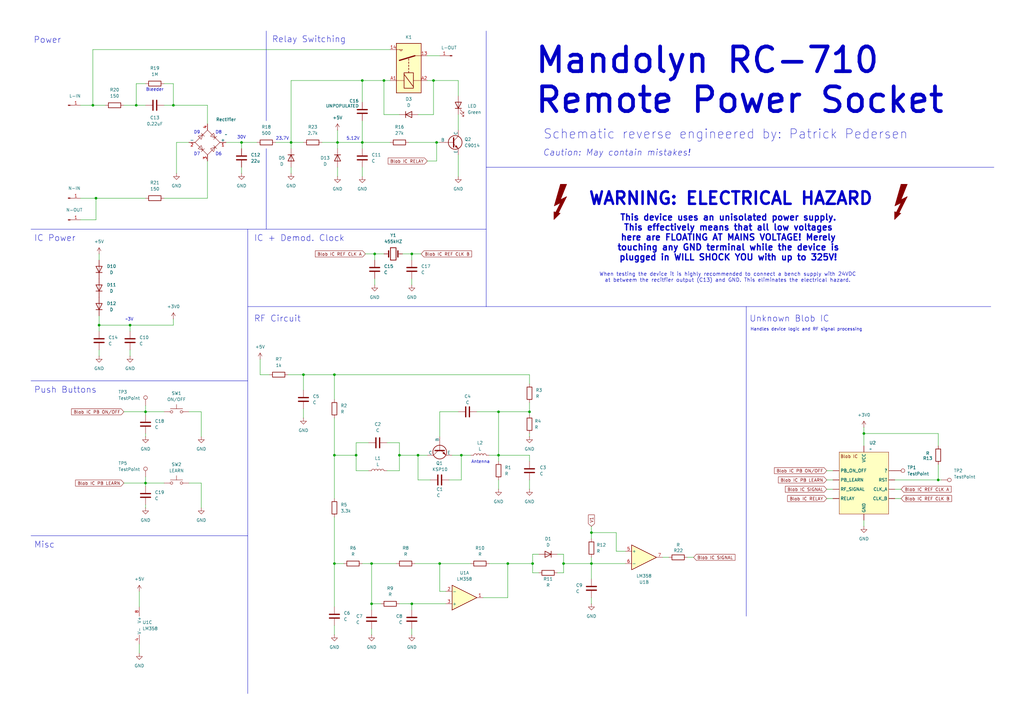
<source format=kicad_sch>
(kicad_sch (version 20231120) (generator "eeschema") (generator_version "8.0")
  (paper "A3")
  (lib_symbols
    (symbol "Amplifier_Operational:LM358" (pin_names (offset 0.127))
      (property "Reference" "U" (at 0 5.08 0))
      (property "Value" "LM358" (at 0 -5.08 0))
      (symbol "LM358_1_1"
        (polyline (pts (xy -5.08 5.08) (xy 5.08 0) (xy -5.08 -5.08) (xy -5.08 5.08)) (stroke (width 0.254)) (fill (type background)))
        (pin output line (at 7.62 0 180) (length 2.54) (name "~") (number "1"))
        (pin input line (at -7.62 -2.54 0) (length 2.54) (name "-") (number "2"))
        (pin input line (at -7.62 2.54 0) (length 2.54) (name "+") (number "3"))
      )
      (symbol "LM358_2_1"
        (polyline (pts (xy -5.08 5.08) (xy 5.08 0) (xy -5.08 -5.08) (xy -5.08 5.08)) (stroke (width 0.254)) (fill (type background)))
        (pin input line (at -7.62 2.54 0) (length 2.54) (name "+") (number "5"))
        (pin input line (at -7.62 -2.54 0) (length 2.54) (name "-") (number "6"))
        (pin output line (at 7.62 0 180) (length 2.54) (name "~") (number "7"))
      )
      (symbol "LM358_3_1"
        (pin power_in line (at -2.54 -7.62 90) (length 3.81) (name "V-") (number "4"))
        (pin power_in line (at -2.54 7.62 270) (length 3.81) (name "V+") (number "8"))
      )
    )
    (symbol "Connector:Conn_01x01_Pin" (pin_names (offset 1.016) hide)
      (property "Reference" "J" (at 0 2.54 0))
      (property "Value" "Conn_01x01_Pin" (at 0 -2.54 0))
      (symbol "Conn_01x01_Pin_1_1"
        (polyline (pts (xy 1.27 0) (xy 0.8636 0)) (stroke (width 0.1524)))
        (rectangle (start 0.8636 0.127) (end 0 -0.127) (stroke (width 0.1524)) (fill (type outline)))
        (pin passive line (at 5.08 0 180) (length 3.81) (name "Pin_1") (number "1"))
      )
    )
    (symbol "Connector:TestPoint" (pin_numbers hide) (pin_names (offset 0.762) hide)
      (property "Reference" "TP" (at 0 6.858 0))
      (property "Value" "TestPoint" (at 0 5.08 0))
      (symbol "TestPoint_0_1"
        (circle (center 0 3.302) (radius 0.762))
      )
      (symbol "TestPoint_1_1"
        (pin passive line (at 0 0 90) (length 2.54) (name "1") (number "1"))
      )
    )
    (symbol "Device:C" (pin_numbers hide) (pin_names (offset 0.254))
      (property "Reference" "C" (at 0.635 2.54 0))
      (property "Value" "C" (at 0.635 -2.54 0))
      (symbol "C_0_1"
        (polyline (pts (xy -2.032 -0.762) (xy 2.032 -0.762)) (stroke (width 0.508)))
        (polyline (pts (xy -2.032 0.762) (xy 2.032 0.762)) (stroke (width 0.508)))
      )
      (symbol "C_1_1"
        (pin passive line (at 0 3.81 270) (length 2.794) (name "~") (number "1"))
        (pin passive line (at 0 -3.81 90) (length 2.794) (name "~") (number "2"))
      )
    )
    (symbol "Device:Crystal" (pin_numbers hide) (pin_names (offset 1.016) hide)
      (property "Reference" "Y" (at 0 3.81 0))
      (property "Value" "Crystal" (at 0 -3.81 0))
      (symbol "Crystal_0_1"
        (rectangle (start -1.143 2.54) (end 1.143 -2.54) (stroke (width 0.3048)))
        (polyline (pts (xy -2.54 0) (xy -1.905 0)))
        (polyline (pts (xy -1.905 -1.27) (xy -1.905 1.27)) (stroke (width 0.508)))
        (polyline (pts (xy 1.905 -1.27) (xy 1.905 1.27)) (stroke (width 0.508)))
        (polyline (pts (xy 2.54 0) (xy 1.905 0)))
      )
      (symbol "Crystal_1_1"
        (pin passive line (at -3.81 0 0) (length 1.27) (name "1") (number "1"))
        (pin passive line (at 3.81 0 180) (length 1.27) (name "2") (number "2"))
      )
    )
    (symbol "Device:D" (pin_numbers hide) (pin_names (offset 1.016) hide)
      (property "Reference" "D" (at 0 2.54 0))
      (property "Value" "D" (at 0 -2.54 0))
      (symbol "D_0_1"
        (polyline (pts (xy -1.27 1.27) (xy -1.27 -1.27)) (stroke (width 0.254)))
        (polyline (pts (xy 1.27 0) (xy -1.27 0)))
        (polyline (pts (xy 1.27 1.27) (xy 1.27 -1.27) (xy -1.27 0) (xy 1.27 1.27)) (stroke (width 0.254)))
      )
      (symbol "D_1_1"
        (pin passive line (at -3.81 0 0) (length 2.54) (name "K") (number "1"))
        (pin passive line (at 3.81 0 180) (length 2.54) (name "A") (number "2"))
      )
    )
    (symbol "Device:L" (pin_numbers hide) (pin_names (offset 1.016) hide)
      (property "Reference" "L" (at -1.27 0 90))
      (property "Value" "L" (at 1.905 0 90))
      (symbol "L_0_1"
        (arc (start 0 -2.54) (mid 0.6323 -1.905) (end 0 -1.27))
        (arc (start 0 -1.27) (mid 0.6323 -0.635) (end 0 0))
        (arc (start 0 0) (mid 0.6323 0.635) (end 0 1.27))
        (arc (start 0 1.27) (mid 0.6323 1.905) (end 0 2.54))
      )
      (symbol "L_1_1"
        (pin passive line (at 0 3.81 270) (length 1.27) (name "1") (number "1"))
        (pin passive line (at 0 -3.81 90) (length 1.27) (name "2") (number "2"))
      )
    )
    (symbol "Device:LED" (pin_numbers hide) (pin_names (offset 1.016) hide)
      (property "Reference" "D" (at 0 2.54 0))
      (property "Value" "LED" (at 0 -2.54 0))
      (symbol "LED_0_1"
        (polyline (pts (xy -1.27 -1.27) (xy -1.27 1.27)) (stroke (width 0.254)))
        (polyline (pts (xy -1.27 0) (xy 1.27 0)))
        (polyline (pts (xy 1.27 -1.27) (xy 1.27 1.27) (xy -1.27 0) (xy 1.27 -1.27)) (stroke (width 0.254)))
        (polyline (pts (xy -3.048 -0.762) (xy -4.572 -2.286) (xy -3.81 -2.286) (xy -4.572 -2.286) (xy -4.572 -1.524)))
        (polyline (pts (xy -1.778 -0.762) (xy -3.302 -2.286) (xy -2.54 -2.286) (xy -3.302 -2.286) (xy -3.302 -1.524)))
      )
      (symbol "LED_1_1"
        (pin passive line (at -3.81 0 0) (length 2.54) (name "K") (number "1"))
        (pin passive line (at 3.81 0 180) (length 2.54) (name "A") (number "2"))
      )
    )
    (symbol "Device:R" (pin_numbers hide) (pin_names (offset 0))
      (property "Reference" "R" (at 2.032 0 90))
      (property "Value" "R" (at 0 0 90))
      (symbol "R_0_1"
        (rectangle (start -1.016 -2.54) (end 1.016 2.54) (stroke (width 0.254)))
      )
      (symbol "R_1_1"
        (pin passive line (at 0 3.81 270) (length 1.27) (name "~") (number "1"))
        (pin passive line (at 0 -3.81 90) (length 1.27) (name "~") (number "2"))
      )
    )
    (symbol "Diode_Bridge:ABS4" (pin_names (offset 0))
      (property "Reference" "D" (at 2.54 6.985 0))
      (property "Value" "ABS4" (at 2.54 5.08 0))
      (symbol "ABS4_0_1"
        (polyline (pts (xy -2.54 3.81) (xy -1.27 2.54)))
        (polyline (pts (xy -1.27 -2.54) (xy -2.54 -3.81)))
        (polyline (pts (xy 2.54 -1.27) (xy 3.81 -2.54)))
        (polyline (pts (xy 2.54 1.27) (xy 3.81 2.54)))
        (polyline (pts (xy -3.81 2.54) (xy -2.54 1.27) (xy -1.905 3.175) (xy -3.81 2.54)))
        (polyline (pts (xy -2.54 -1.27) (xy -3.81 -2.54) (xy -1.905 -3.175) (xy -2.54 -1.27)))
        (polyline (pts (xy 1.27 2.54) (xy 2.54 3.81) (xy 3.175 1.905) (xy 1.27 2.54)))
        (polyline (pts (xy 3.175 -1.905) (xy 1.27 -2.54) (xy 2.54 -3.81) (xy 3.175 -1.905)))
        (polyline (pts (xy -5.08 0) (xy 0 -5.08) (xy 5.08 0) (xy 0 5.08) (xy -5.08 0)))
      )
      (symbol "ABS4_1_1"
        (pin passive line (at 7.62 0 180) (length 2.54) (name "+") (number "1"))
        (pin passive line (at -7.62 0 0) (length 2.54) (name "-") (number "2"))
        (pin passive line (at 0 -7.62 90) (length 2.54) (name "~") (number "3"))
        (pin passive line (at 0 7.62 270) (length 2.54) (name "~") (number "4"))
      )
    )
    (symbol "Graphic:SYM_Flash_XLarge" (in_bom no) (on_board no)
      (symbol "SYM_Flash_XLarge_0_1"
        (polyline (pts (xy -0.127 -3.683) (xy -2.667 -3.048) (xy -2.667 -6.223) (xy -0.127 -3.683)) (stroke (width 0.2032)) (fill (type outline)))
        (polyline (pts (xy 0 8.255) (xy 1.27 8.255) (xy 2.54 8.255) (xy 0 1.905) (xy 2.54 3.175) (xy -1.27 -4.445) (xy -2.54 -4.445) (xy 0 0.635) (xy -2.54 -0.635) (xy 0 8.255)) (stroke (width 0.2032)) (fill (type outline)))
      )
    )
    (symbol "RC-710:Blob_IC"
      (property "Reference" "U" (at -8.128 -8.89 0))
      (symbol "Blob_IC_1_1"
        (rectangle (start -8.89 17.78) (end 11.43 -7.62) (fill (type background)))
        (text "Blob IC" (at -4.826 16.002 0) (effects (font (size 1.27 1.27))))
        (pin unspecified line (at 13.97 10.16 180) (length 2.54) (name "?") (number ""))
        (pin input line (at 13.97 2.54 180) (length 2.54) (name "CLK_A") (number ""))
        (pin input line (at 13.97 -1.27 180) (length 2.54) (name "CLK_B") (number ""))
        (pin power_in line (at 1.27 -10.16 90) (length 2.54) (name "GND") (number ""))
        (pin input line (at -11.43 6.35 0) (length 2.54) (name "PB_LEARN") (number ""))
        (pin input line (at -11.43 10.16 0) (length 2.54) (name "PB_ON_OFF") (number ""))
        (pin output line (at -11.43 -1.27 0) (length 2.54) (name "RELAY") (number ""))
        (pin input line (at -11.43 2.54 0) (length 2.54) (name "RF_SIGNAL") (number ""))
        (pin input line (at 13.97 6.35 180) (length 2.54) (name "RST") (number ""))
        (pin power_in line (at 1.27 20.32 270) (length 2.54) (name "VCC") (number ""))
      )
    )
    (symbol "Relay:Fujitsu_FTR-LYAA005x"
      (property "Reference" "K" (at 11.43 3.81 0))
      (property "Value" "Fujitsu_FTR-LYAA005x" (at 11.43 1.27 0))
      (symbol "Fujitsu_FTR-LYAA005x_0_0"
        (polyline (pts (xy 7.62 5.08) (xy 7.62 2.54) (xy 6.985 3.175) (xy 7.62 3.81)))
      )
      (symbol "Fujitsu_FTR-LYAA005x_0_1"
        (rectangle (start -10.16 5.08) (end 10.16 -5.08) (stroke (width 0.254)) (fill (type background)))
        (rectangle (start -8.255 1.905) (end -1.905 -1.905) (stroke (width 0.254)))
        (polyline (pts (xy -7.62 -1.905) (xy -2.54 1.905)) (stroke (width 0.254)))
        (polyline (pts (xy -5.08 -5.08) (xy -5.08 -1.905)))
        (polyline (pts (xy -5.08 5.08) (xy -5.08 1.905)))
        (polyline (pts (xy -1.905 0) (xy -1.27 0)) (stroke (width 0.254)))
        (polyline (pts (xy -0.635 0) (xy 0 0)) (stroke (width 0.254)))
        (polyline (pts (xy 0.635 0) (xy 1.27 0)) (stroke (width 0.254)))
        (polyline (pts (xy 1.905 0) (xy 2.54 0)) (stroke (width 0.254)))
        (polyline (pts (xy 3.175 0) (xy 3.81 0)) (stroke (width 0.254)))
        (polyline (pts (xy 5.08 -2.54) (xy 3.175 3.81)) (stroke (width 0.508)))
        (polyline (pts (xy 5.08 -2.54) (xy 5.08 -5.08)))
      )
      (symbol "Fujitsu_FTR-LYAA005x_1_1"
        (pin passive line (at 5.08 -7.62 90) (length 2.54) (name "~") (number "13"))
        (pin passive line (at 7.62 7.62 270) (length 2.54) (name "~") (number "14"))
        (pin passive line (at -5.08 7.62 270) (length 2.54) (name "~") (number "A1"))
        (pin passive line (at -5.08 -7.62 90) (length 2.54) (name "~") (number "A2"))
      )
    )
    (symbol "Simulation_SPICE:NPN" (pin_numbers hide) (pin_names (offset 0))
      (property "Reference" "Q" (at -2.54 7.62 0))
      (property "Value" "NPN" (at -2.54 5.08 0))
      (symbol "NPN_0_1"
        (polyline (pts (xy -2.54 0) (xy 0.635 0)) (stroke (width 0.1524)))
        (polyline (pts (xy 0.635 0.635) (xy 2.54 2.54)))
        (polyline (pts (xy 2.794 -1.27) (xy 2.794 -1.27)) (stroke (width 0.1524)))
        (polyline (pts (xy 2.794 -1.27) (xy 2.794 -1.27)) (stroke (width 0.1524)))
        (polyline (pts (xy 0.635 -0.635) (xy 2.54 -2.54) (xy 2.54 -2.54)))
        (polyline (pts (xy 0.635 1.905) (xy 0.635 -1.905) (xy 0.635 -1.905)) (stroke (width 0.508)))
        (polyline (pts (xy 1.27 -1.778) (xy 1.778 -1.27) (xy 2.286 -2.286) (xy 1.27 -1.778) (xy 1.27 -1.778)) (fill (type outline)))
        (circle (center 1.27 0) (radius 2.8194) (stroke (width 0.254)))
      )
      (symbol "NPN_1_1"
        (pin open_collector line (at 2.54 5.08 270) (length 2.54) (name "C") (number "1"))
        (pin input line (at -5.08 0 0) (length 2.54) (name "B") (number "2"))
        (pin open_emitter line (at 2.54 -5.08 90) (length 2.54) (name "E") (number "3"))
      )
    )
    (symbol "Switch:SW_Push" (pin_numbers hide) (pin_names (offset 1.016) hide)
      (property "Reference" "SW" (at 1.27 2.54 0))
      (property "Value" "SW_Push" (at 0 -1.524 0))
      (symbol "SW_Push_0_1"
        (circle (center -2.032 0) (radius 0.508))
        (polyline (pts (xy 0 1.27) (xy 0 3.048)))
        (polyline (pts (xy 2.54 1.27) (xy -2.54 1.27)))
        (circle (center 2.032 0) (radius 0.508))
        (pin passive line (at -5.08 0 0) (length 2.54) (name "1") (number "1"))
        (pin passive line (at 5.08 0 180) (length 2.54) (name "2") (number "2"))
      )
    )
    (symbol "power:+3V0" (power) (pin_numbers hide) (pin_names (offset 0) hide)
      (property "Value" "+3V0" (at 0 3.556 0))
      (symbol "+3V0_0_1"
        (polyline (pts (xy -0.762 1.27) (xy 0 2.54)))
        (polyline (pts (xy 0 0) (xy 0 2.54)))
        (polyline (pts (xy 0 2.54) (xy 0.762 1.27)))
      )
      (symbol "+3V0_1_1"
        (pin power_in line (at 0 0 90) (length 0) (name "~") (number "1"))
      )
    )
    (symbol "power:+5V" (power) (pin_numbers hide) (pin_names (offset 0) hide)
      (property "Value" "+5V" (at 0 3.556 0))
      (symbol "+5V_0_1"
        (polyline (pts (xy -0.762 1.27) (xy 0 2.54)))
        (polyline (pts (xy 0 0) (xy 0 2.54)))
        (polyline (pts (xy 0 2.54) (xy 0.762 1.27)))
      )
      (symbol "+5V_1_1"
        (pin power_in line (at 0 0 90) (length 0) (name "~") (number "1"))
      )
    )
    (symbol "power:GND" (power) (pin_numbers hide) (pin_names (offset 0) hide)
      (property "Value" "GND" (at 0 -3.81 0))
      (symbol "GND_0_1"
        (polyline (pts (xy 0 0) (xy 0 -1.27) (xy 1.27 -1.27) (xy 0 -2.54) (xy -1.27 -1.27) (xy 0 -1.27)))
      )
      (symbol "GND_1_1"
        (pin power_in line (at 0 0 270) (length 0) (name "~") (number "1"))
      )
    )
  )
  (junction (at 354.33 177.8))
  (junction (at 146.05 186.69))
  (junction (at 137.16 153.67))
  (junction (at 99.06 58.42))
  (junction (at 218.44 231.14))
  (junction (at 231.14 231.14))
  (junction (at 217.17 168.91))
  (junction (at 242.57 231.14))
  (junction (at 137.16 186.69))
  (junction (at 242.57 218.44))
  (junction (at 138.43 58.42))
  (junction (at 53.34 133.35))
  (junction (at 204.47 186.69))
  (junction (at 177.8 33.02))
  (junction (at 189.23 186.69))
  (junction (at 55.88 43.18))
  (junction (at 157.48 33.02))
  (junction (at 168.91 247.65))
  (junction (at 180.34 231.14))
  (junction (at 59.69 198.12))
  (junction (at 124.46 153.67))
  (junction (at 152.4 247.65))
  (junction (at 152.4 231.14))
  (junction (at 153.67 104.14))
  (junction (at 163.83 186.69))
  (junction (at 168.91 104.14))
  (junction (at 40.64 133.35))
  (junction (at 119.38 58.42))
  (junction (at 59.69 168.91))
  (junction (at 38.1 43.18))
  (junction (at 208.28 231.14))
  (junction (at 148.59 33.02))
  (junction (at 179.07 58.42))
  (junction (at 148.59 58.42))
  (junction (at 171.45 186.69))
  (junction (at 204.47 168.91))
  (junction (at 39.37 81.28))
  (junction (at 71.12 43.18))
  (junction (at 384.81 196.85))
  (junction (at 137.16 231.14))
  (wire (pts (xy 119.38 58.42) (xy 124.46 58.42)))
  (wire (pts (xy 171.45 46.99) (xy 177.8 46.99)))
  (wire (pts (xy 33.02 43.18) (xy 38.1 43.18)))
  (wire (pts (xy 217.17 196.85) (xy 217.17 200.66)))
  (wire (pts (xy 231.14 227.33) (xy 231.14 231.14)))
  (wire (pts (xy 138.43 58.42) (xy 148.59 58.42)))
  (wire (pts (xy 153.67 106.68) (xy 153.67 104.14)))
  (wire (pts (xy 339.09 196.85) (xy 341.63 196.85)))
  (wire (pts (xy 59.69 166.37) (xy 59.69 168.91)))
  (wire (pts (xy 187.96 46.99) (xy 187.96 53.34)))
  (wire (pts (xy 217.17 168.91) (xy 217.17 170.18)))
  (wire (pts (xy 137.16 212.09) (xy 137.16 231.14)))
  (wire (pts (xy 59.69 199.39) (xy 59.69 198.12)))
  (wire (pts (xy 156.21 247.65) (xy 152.4 247.65)))
  (wire (pts (xy 200.66 231.14) (xy 208.28 231.14)))
  (wire (pts (xy 217.17 186.69) (xy 217.17 189.23)))
  (wire (pts (xy 168.91 257.81) (xy 168.91 260.35)))
  (wire (pts (xy 151.13 181.61) (xy 146.05 181.61)))
  (wire (pts (xy 39.37 81.28) (xy 59.69 81.28)))
  (polyline (pts (xy 199.39 12.7) (xy 199.39 93.98)))
  (wire (pts (xy 137.16 186.69) (xy 137.16 204.47)))
  (wire (pts (xy 132.08 58.42) (xy 138.43 58.42)))
  (wire (pts (xy 180.34 168.91) (xy 187.96 168.91)))
  (wire (pts (xy 146.05 193.04) (xy 146.05 186.69)))
  (wire (pts (xy 228.6 227.33) (xy 231.14 227.33)))
  (wire (pts (xy 72.39 58.42) (xy 77.47 58.42)))
  (wire (pts (xy 148.59 49.53) (xy 148.59 58.42)))
  (wire (pts (xy 242.57 215.9) (xy 242.57 218.44)))
  (wire (pts (xy 175.26 66.04) (xy 179.07 66.04)))
  (wire (pts (xy 59.69 168.91) (xy 67.31 168.91)))
  (wire (pts (xy 354.33 175.26) (xy 354.33 177.8)))
  (wire (pts (xy 124.46 153.67) (xy 137.16 153.67)))
  (wire (pts (xy 339.09 200.66) (xy 341.63 200.66)))
  (wire (pts (xy 38.1 43.18) (xy 43.18 43.18)))
  (wire (pts (xy 339.09 193.04) (xy 341.63 193.04)))
  (polyline (pts (xy 109.22 60.96) (xy 109.22 93.98)))
  (wire (pts (xy 187.96 63.5) (xy 187.96 72.39)))
  (wire (pts (xy 242.57 218.44) (xy 252.73 218.44)))
  (wire (pts (xy 354.33 213.36) (xy 354.33 215.9)))
  (wire (pts (xy 167.64 58.42) (xy 179.07 58.42)))
  (wire (pts (xy 92.71 58.42) (xy 99.06 58.42)))
  (wire (pts (xy 354.33 177.8) (xy 384.81 177.8)))
  (wire (pts (xy 384.81 177.8) (xy 384.81 182.88)))
  (wire (pts (xy 71.12 34.29) (xy 71.12 43.18)))
  (wire (pts (xy 152.4 231.14) (xy 152.4 247.65)))
  (wire (pts (xy 180.34 22.86) (xy 175.26 22.86)))
  (wire (pts (xy 180.34 231.14) (xy 180.34 242.57)))
  (wire (pts (xy 179.07 58.42) (xy 179.07 66.04)))
  (wire (pts (xy 179.07 58.42) (xy 180.34 58.42)))
  (wire (pts (xy 50.8 198.12) (xy 59.69 198.12)))
  (wire (pts (xy 148.59 68.58) (xy 148.59 72.39)))
  (polyline (pts (xy 12.7 156.21) (xy 101.6 156.21)))
  (polyline (pts (xy 101.6 93.98) (xy 101.6 156.21)))
  (wire (pts (xy 59.69 198.12) (xy 67.31 198.12)))
  (wire (pts (xy 231.14 231.14) (xy 231.14 234.95)))
  (wire (pts (xy 71.12 130.81) (xy 71.12 133.35)))
  (polyline (pts (xy 306.07 125.73) (xy 306.07 252.73)))
  (wire (pts (xy 59.69 179.07) (xy 59.69 177.8)))
  (wire (pts (xy 157.48 33.02) (xy 160.02 33.02)))
  (wire (pts (xy 59.69 170.18) (xy 59.69 168.91)))
  (wire (pts (xy 217.17 165.1) (xy 217.17 168.91)))
  (polyline (pts (xy 199.39 68.58) (xy 407.67 68.58)))
  (wire (pts (xy 40.64 133.35) (xy 53.34 133.35)))
  (wire (pts (xy 171.45 196.85) (xy 171.45 186.69)))
  (wire (pts (xy 137.16 171.45) (xy 137.16 186.69)))
  (wire (pts (xy 67.31 81.28) (xy 85.09 81.28)))
  (wire (pts (xy 189.23 196.85) (xy 184.15 196.85)))
  (wire (pts (xy 138.43 53.34) (xy 138.43 58.42)))
  (wire (pts (xy 195.58 168.91) (xy 204.47 168.91)))
  (wire (pts (xy 38.1 20.32) (xy 38.1 43.18)))
  (wire (pts (xy 67.31 34.29) (xy 71.12 34.29)))
  (wire (pts (xy 367.03 196.85) (xy 384.81 196.85)))
  (wire (pts (xy 158.75 181.61) (xy 163.83 181.61)))
  (wire (pts (xy 204.47 186.69) (xy 217.17 186.69)))
  (wire (pts (xy 218.44 231.14) (xy 218.44 227.33)))
  (polyline (pts (xy 109.22 12.7) (xy 109.22 49.53)))
  (wire (pts (xy 40.64 143.51) (xy 40.64 146.05)))
  (wire (pts (xy 99.06 68.58) (xy 99.06 71.12)))
  (wire (pts (xy 82.55 179.07) (xy 82.55 168.91)))
  (wire (pts (xy 71.12 43.18) (xy 85.09 43.18)))
  (wire (pts (xy 242.57 245.11) (xy 242.57 247.65)))
  (wire (pts (xy 218.44 227.33) (xy 220.98 227.33)))
  (wire (pts (xy 168.91 104.14) (xy 172.72 104.14)))
  (wire (pts (xy 39.37 90.17) (xy 39.37 81.28)))
  (wire (pts (xy 53.34 133.35) (xy 71.12 133.35)))
  (wire (pts (xy 252.73 226.06) (xy 256.54 226.06)))
  (wire (pts (xy 175.26 186.69) (xy 171.45 186.69)))
  (wire (pts (xy 85.09 43.18) (xy 85.09 50.8)))
  (wire (pts (xy 33.02 81.28) (xy 39.37 81.28)))
  (wire (pts (xy 119.38 58.42) (xy 119.38 60.96)))
  (wire (pts (xy 148.59 231.14) (xy 152.4 231.14)))
  (wire (pts (xy 180.34 231.14) (xy 193.04 231.14)))
  (polyline (pts (xy 12.7 93.98) (xy 199.39 93.98)))
  (wire (pts (xy 124.46 153.67) (xy 124.46 160.02)))
  (wire (pts (xy 137.16 186.69) (xy 146.05 186.69)))
  (wire (pts (xy 177.8 33.02) (xy 187.96 33.02)))
  (wire (pts (xy 119.38 68.58) (xy 119.38 71.12)))
  (wire (pts (xy 217.17 153.67) (xy 217.17 157.48)))
  (wire (pts (xy 176.53 196.85) (xy 171.45 196.85)))
  (wire (pts (xy 148.59 33.02) (xy 148.59 41.91)))
  (wire (pts (xy 242.57 231.14) (xy 256.54 231.14)))
  (wire (pts (xy 99.06 58.42) (xy 99.06 60.96)))
  (wire (pts (xy 189.23 186.69) (xy 185.42 186.69)))
  (wire (pts (xy 177.8 46.99) (xy 177.8 33.02)))
  (wire (pts (xy 163.83 247.65) (xy 168.91 247.65)))
  (wire (pts (xy 137.16 231.14) (xy 137.16 248.92)))
  (wire (pts (xy 384.81 190.5) (xy 384.81 196.85)))
  (wire (pts (xy 137.16 231.14) (xy 140.97 231.14)))
  (wire (pts (xy 204.47 196.85) (xy 204.47 200.66)))
  (wire (pts (xy 146.05 181.61) (xy 146.05 186.69)))
  (wire (pts (xy 175.26 33.02) (xy 177.8 33.02)))
  (wire (pts (xy 168.91 247.65) (xy 168.91 250.19)))
  (wire (pts (xy 204.47 168.91) (xy 204.47 186.69)))
  (wire (pts (xy 113.03 58.42) (xy 119.38 58.42)))
  (polyline (pts (xy 199.39 125.73) (xy 406.4 125.73)))
  (wire (pts (xy 218.44 234.95) (xy 220.98 234.95)))
  (wire (pts (xy 146.05 193.04) (xy 151.13 193.04)))
  (wire (pts (xy 124.46 167.64) (xy 124.46 171.45)))
  (wire (pts (xy 53.34 143.51) (xy 53.34 146.05)))
  (wire (pts (xy 168.91 247.65) (xy 182.88 247.65)))
  (wire (pts (xy 119.38 33.02) (xy 148.59 33.02)))
  (wire (pts (xy 82.55 168.91) (xy 77.47 168.91)))
  (wire (pts (xy 40.64 104.14) (xy 40.64 106.68)))
  (wire (pts (xy 163.83 193.04) (xy 158.75 193.04)))
  (wire (pts (xy 242.57 218.44) (xy 242.57 220.98)))
  (wire (pts (xy 180.34 168.91) (xy 180.34 179.07)))
  (wire (pts (xy 50.8 43.18) (xy 55.88 43.18)))
  (wire (pts (xy 165.1 104.14) (xy 168.91 104.14)))
  (wire (pts (xy 148.59 58.42) (xy 160.02 58.42)))
  (wire (pts (xy 119.38 33.02) (xy 119.38 58.42)))
  (wire (pts (xy 218.44 234.95) (xy 218.44 231.14)))
  (polyline (pts (xy 101.6 125.73) (xy 199.39 125.73)))
  (wire (pts (xy 208.28 245.11) (xy 208.28 231.14)))
  (wire (pts (xy 82.55 198.12) (xy 77.47 198.12)))
  (wire (pts (xy 168.91 114.3) (xy 168.91 116.84)))
  (wire (pts (xy 252.73 218.44) (xy 252.73 226.06)))
  (wire (pts (xy 59.69 208.28) (xy 59.69 207.01)))
  (wire (pts (xy 82.55 208.28) (xy 82.55 198.12)))
  (wire (pts (xy 55.88 43.18) (xy 59.69 43.18)))
  (wire (pts (xy 170.18 231.14) (xy 180.34 231.14)))
  (wire (pts (xy 55.88 34.29) (xy 55.88 43.18)))
  (wire (pts (xy 50.8 168.91) (xy 59.69 168.91)))
  (wire (pts (xy 182.88 242.57) (xy 180.34 242.57)))
  (wire (pts (xy 38.1 20.32) (xy 160.02 20.32)))
  (wire (pts (xy 354.33 177.8) (xy 354.33 182.88)))
  (wire (pts (xy 274.32 228.6) (xy 271.78 228.6)))
  (wire (pts (xy 217.17 177.8) (xy 217.17 179.07)))
  (wire (pts (xy 163.83 46.99) (xy 157.48 46.99)))
  (wire (pts (xy 53.34 133.35) (xy 53.34 135.89)))
  (wire (pts (xy 163.83 193.04) (xy 163.83 186.69)))
  (wire (pts (xy 231.14 231.14) (xy 242.57 231.14)))
  (wire (pts (xy 57.15 242.57) (xy 57.15 248.92)))
  (wire (pts (xy 138.43 68.58) (xy 138.43 72.39)))
  (wire (pts (xy 148.59 58.42) (xy 148.59 60.96)))
  (wire (pts (xy 106.68 147.32) (xy 106.68 153.67)))
  (wire (pts (xy 204.47 189.23) (xy 204.47 186.69)))
  (wire (pts (xy 339.09 204.47) (xy 341.63 204.47)))
  (wire (pts (xy 40.64 135.89) (xy 40.64 133.35)))
  (wire (pts (xy 67.31 43.18) (xy 71.12 43.18)))
  (polyline (pts (xy 12.7 219.71) (xy 101.6 219.71)))
  (wire (pts (xy 384.81 196.85) (xy 386.08 196.85)))
  (wire (pts (xy 163.83 181.61) (xy 163.83 186.69)))
  (wire (pts (xy 168.91 104.14) (xy 168.91 106.68)))
  (wire (pts (xy 231.14 234.95) (xy 228.6 234.95)))
  (wire (pts (xy 99.06 58.42) (xy 105.41 58.42)))
  (polyline (pts (xy 101.6 156.21) (xy 101.6 219.71)))
  (wire (pts (xy 148.59 33.02) (xy 157.48 33.02)))
  (wire (pts (xy 189.23 186.69) (xy 189.23 196.85)))
  (wire (pts (xy 149.86 104.14) (xy 153.67 104.14)))
  (wire (pts (xy 208.28 231.14) (xy 218.44 231.14)))
  (wire (pts (xy 204.47 168.91) (xy 217.17 168.91)))
  (wire (pts (xy 137.16 153.67) (xy 137.16 163.83)))
  (wire (pts (xy 157.48 46.99) (xy 157.48 33.02)))
  (wire (pts (xy 187.96 33.02) (xy 187.96 39.37)))
  (wire (pts (xy 138.43 58.42) (xy 138.43 60.96)))
  (wire (pts (xy 118.11 153.67) (xy 124.46 153.67)))
  (wire (pts (xy 242.57 228.6) (xy 242.57 231.14)))
  (wire (pts (xy 153.67 104.14) (xy 157.48 104.14)))
  (wire (pts (xy 163.83 186.69) (xy 171.45 186.69)))
  (wire (pts (xy 137.16 256.54) (xy 137.16 260.35)))
  (polyline (pts (xy 199.39 125.73) (xy 199.39 93.98)))
  (wire (pts (xy 106.68 153.67) (xy 110.49 153.67)))
  (wire (pts (xy 281.94 228.6) (xy 284.48 228.6)))
  (wire (pts (xy 33.02 90.17) (xy 39.37 90.17)))
  (wire (pts (xy 367.03 204.47) (xy 369.57 204.47)))
  (wire (pts (xy 57.15 264.16) (xy 57.15 267.97)))
  (wire (pts (xy 72.39 71.12) (xy 72.39 58.42)))
  (wire (pts (xy 55.88 34.29) (xy 59.69 34.29)))
  (wire (pts (xy 198.12 245.11) (xy 208.28 245.11)))
  (wire (pts (xy 137.16 153.67) (xy 217.17 153.67)))
  (wire (pts (xy 85.09 66.04) (xy 85.09 81.28)))
  (wire (pts (xy 59.69 195.58) (xy 59.69 198.12)))
  (wire (pts (xy 189.23 186.69) (xy 193.04 186.69)))
  (wire (pts (xy 152.4 247.65) (xy 152.4 250.19)))
  (wire (pts (xy 152.4 231.14) (xy 162.56 231.14)))
  (wire (pts (xy 152.4 257.81) (xy 152.4 260.35)))
  (wire (pts (xy 153.67 114.3) (xy 153.67 116.84)))
  (wire (pts (xy 367.03 200.66) (xy 369.57 200.66)))
  (polyline (pts (xy 101.6 219.71) (xy 101.6 284.48)))
  (wire (pts (xy 200.66 186.69) (xy 204.47 186.69)))
  (wire (pts (xy 40.64 129.54) (xy 40.64 133.35)))
  (wire (pts (xy 242.57 231.14) (xy 242.57 237.49)))
  (text "Relay Switching" (at 111.506 16.256 0) (effects (font (size 2.54 2.54)) (justify left)))
  (text "23.7V" (at 115.824 56.896 0) (effects (font (size 1.27 1.27))))
  (text "This device uses an unisolated power supply.\nThis effectively means that all low voltages\nhere are FLOATING AT MAINS VOLTAGE! Merely\ntouching any GND terminal while the device is\nplugged in WILL SHOCK YOU with up to 325V!" (at 298.704 97.536 0) (effects (font (size 2.54 2.54) (thickness 0.508) (bold yes))))
  (text "Schematic reverse engineered by: Patrick Pedersen" (at 222.758 55.118 0) (effects (font (size 3.81 3.81)) (justify left)))
  (text "Misc" (at 13.97 223.52 0) (effects (font (size 2.54 2.54)) (justify left)))
  (text "Mandolyn RC-710\nRemote Power Socket" (at 218.948 33.02 0) (effects (font (size 10.16 10.16) (thickness 1.524) (bold yes)) (justify left)))
  (text "30V" (at 99.06 56.388 0) (effects (font (size 1.27 1.27))))
  (text "Unknown Blob IC" (at 307.34 130.81 0) (effects (font (size 2.54 2.54)) (justify left)))
  (text "D9" (at 80.772 54.356 0) (effects (font (size 1.27 1.27))))
  (text "IC Power" (at 13.97 97.79 0) (effects (font (size 2.54 2.54)) (justify left)))
  (text "D8" (at 89.662 54.356 0) (effects (font (size 1.27 1.27))))
  (text "Antenna" (at 197.104 189.484 0) (effects (font (size 1.27 1.27))))
  (text "Caution: May contain mistakes!" (at 252.984 62.738 0) (effects (font (size 2.54 2.54) (italic yes))))
  (text "D6" (at 89.662 63.246 0) (effects (font (size 1.27 1.27))))
  (text "When testing the device it is highly recommended to connect a bench supply with 24VDC\nat betweem the recitfier output (C13) and GND. This eliminates the electrical hazard." (at 298.45 113.792 0) (effects (font (size 1.524 1.524))))
  (text "WARNING: ELECTRICAL HAZARD" (at 299.72 81.534 0) (effects (font (size 5.08 5.08) (thickness 1.016) (bold yes))))
  (text "IC + Demod. Clock" (at 104.14 97.79 0) (effects (font (size 2.54 2.54)) (justify left)))
  (text "~3V" (at 53.086 131.064 0) (effects (font (size 1.27 1.27))))
  (text "D7" (at 80.772 63.246 0) (effects (font (size 1.27 1.27))))
  (text "Push Buttons" (at 13.97 160.02 0) (effects (font (size 2.54 2.54)) (justify left)))
  (text "RF Circuit" (at 104.14 130.81 0) (effects (font (size 2.54 2.54)) (justify left)))
  (text "5.12V" (at 144.78 56.896 0) (effects (font (size 1.27 1.27))))
  (text "Handles device logic and RF signal processing" (at 330.708 135.128 0) (effects (font (size 1.27 1.27))))
  (text "Power" (at 13.716 16.51 0) (effects (font (size 2.54 2.54)) (justify left)))
  (text "Bleeder" (at 63.5 36.83 0) (effects (font (size 1.27 1.27))))
  (global_label "Blob IC RELAY" (shape input) (at 339.09 204.47 180) (property "Intersheetrefs" "${INTERSHEET_REFS}" (effects (hide yes))))
  (global_label "Blob IC PB LEARN" (shape input) (at 339.09 196.85 180) (property "Intersheetrefs" "${INTERSHEET_REFS}" (effects (hide yes))))
  (global_label "Blob IC SIGNAL" (shape input) (at 284.48 228.6 0) (property "Intersheetrefs" "${INTERSHEET_REFS}" (effects (hide yes))))
  (global_label "Blob IC PB ON{slash}OFF" (shape input) (at 339.09 193.04 180) (property "Intersheetrefs" "${INTERSHEET_REFS}" (effects (hide yes))))
  (global_label "V1" (shape input) (at 242.57 215.9 90) (property "Intersheetrefs" "${INTERSHEET_REFS}" (effects (hide yes))))
  (global_label "Blob IC REF CLK B" (shape input) (at 172.72 104.14 0) (property "Intersheetrefs" "${INTERSHEET_REFS}" (effects (hide yes))))
  (global_label "Blob IC SIGNAL" (shape input) (at 339.09 200.66 180) (property "Intersheetrefs" "${INTERSHEET_REFS}" (effects (hide yes))))
  (global_label "Blob IC PB ON{slash}OFF" (shape input) (at 50.8 168.91 180) (property "Intersheetrefs" "${INTERSHEET_REFS}" (effects (hide yes))))
  (global_label "Blob IC REF CLK A" (shape input) (at 149.86 104.14 180) (property "Intersheetrefs" "${INTERSHEET_REFS}" (effects (hide yes))))
  (global_label "Blob IC PB LEARN" (shape input) (at 50.8 198.12 180) (property "Intersheetrefs" "${INTERSHEET_REFS}" (effects (hide yes))))
  (global_label "Blob IC REF CLK B" (shape input) (at 369.57 204.47 0) (property "Intersheetrefs" "${INTERSHEET_REFS}" (effects (hide yes))))
  (global_label "Blob IC RELAY" (shape input) (at 175.26 66.04 180) (property "Intersheetrefs" "${INTERSHEET_REFS}" (effects (hide yes))))
  (global_label "Blob IC REF CLK A" (shape input) (at 369.57 200.66 0) (property "Intersheetrefs" "${INTERSHEET_REFS}" (effects (hide yes))))
  (symbol (lib_id "Device:L") (at 196.85 186.69 90) (unit 1)
    (property "Reference" "L2" (at 196.85 181.61 90))
    (property "Value" "L" (at 196.85 184.15 90))
    (property "Description" "Inductor" (effects (hide yes)))
  )
  (symbol (lib_id "Device:C") (at 137.16 252.73 0) (unit 1)
    (property "Reference" "C6" (at 140.97 251.4599 0) (effects (justify left)))
    (property "Value" "C" (at 140.97 253.9999 0) (effects (justify left)))
    (property "Description" "Unpolarized capacitor" (effects (hide yes)))
  )
  (symbol (lib_id "Device:R") (at 196.85 231.14 90) (unit 1)
    (property "Reference" "R10" (at 196.85 224.79 90))
    (property "Value" "R" (at 196.85 227.33 90))
    (property "Description" "Resistor" (effects (hide yes)))
  )
  (symbol (lib_id "Device:C") (at 180.34 196.85 90) (unit 1)
    (property "Reference" "C1" (at 180.34 200.66 90))
    (property "Value" "C" (at 179.832 203.2 90))
    (property "Description" "Unpolarized capacitor" (effects (hide yes)))
  )
  (symbol (lib_id "power:GND") (at 148.59 72.39 0) (unit 1)
    (property "Reference" "#PWR010" (effects (hide yes)))
    (property "Value" "GND" (at 148.59 77.47 0))
    (property "Description" "Power symbol creates a global label with name \"GND\" , ground" (effects (hide yes)))
  )
  (symbol (lib_id "power:GND") (at 138.43 72.39 0) (unit 1)
    (property "Reference" "#PWR04" (effects (hide yes)))
    (property "Value" "GND" (at 138.43 77.47 0))
    (property "Description" "Power symbol creates a global label with name \"GND\" , ground" (effects (hide yes)))
  )
  (symbol (lib_id "Device:C") (at 59.69 173.99 0) (unit 1)
    (property "Reference" "C18" (at 63.5 172.7199 0) (effects (justify left)))
    (property "Value" "C" (at 63.5 175.2599 0) (effects (justify left)))
    (property "Description" "Unpolarized capacitor" (effects (hide yes)))
  )
  (symbol (lib_id "Device:C") (at 152.4 254 0) (unit 1)
    (property "Reference" "C7" (at 146.05 252.73 0) (effects (justify left)))
    (property "Value" "C" (at 146.05 255.27 0) (effects (justify left)))
    (property "Description" "Unpolarized capacitor" (effects (hide yes)))
  )
  (symbol (lib_id "power:+5V") (at 106.68 147.32 0) (unit 1)
    (property "Reference" "#PWR027" (effects (hide yes)))
    (property "Value" "+5V" (at 106.68 142.24 0))
    (property "Description" "Power symbol creates a global label with name \"+5V\"" (effects (hide yes)))
  )
  (symbol (lib_id "Device:R") (at 224.79 234.95 90) (unit 1)
    (property "Reference" "R11" (at 224.79 237.49 90))
    (property "Value" "R" (at 224.79 240.03 90))
    (property "Description" "Resistor" (effects (hide yes)))
  )
  (symbol (lib_id "Device:C") (at 53.34 139.7 0) (unit 1)
    (property "Reference" "C10" (at 57.15 138.4299 0) (effects (justify left)))
    (property "Value" "C" (at 57.15 140.9699 0) (effects (justify left)))
    (property "Description" "Unpolarized capacitor" (effects (hide yes)))
  )
  (symbol (lib_id "Device:C") (at 242.57 241.3 0) (unit 1)
    (property "Reference" "C9" (at 236.22 240.03 0) (effects (justify left)))
    (property "Value" "C" (at 236.22 242.57 0) (effects (justify left)))
    (property "Description" "Unpolarized capacitor" (effects (hide yes)))
  )
  (symbol (lib_id "Connector:TestPoint") (at 59.69 166.37 0) (unit 1)
    (property "Reference" "TP3" (at 48.514 160.782 0) (effects (justify left)))
    (property "Value" "TestPoint" (at 48.514 163.322 0) (effects (justify left)))
    (property "Description" "test point" (effects (hide yes)))
  )
  (symbol (lib_id "Device:D") (at 224.79 227.33 180) (unit 1)
    (property "Reference" "D1" (at 224.79 220.98 0))
    (property "Value" "D" (at 224.79 223.52 0))
    (property "Description" "Diode" (effects (hide yes)))
    (property "Sim.Device" "D" (effects (hide yes)))
    (property "Sim.Pins" "1=K 2=A" (effects (hide yes)))
  )
  (symbol (lib_id "power:GND") (at 40.64 146.05 0) (unit 1)
    (property "Reference" "#PWR05" (effects (hide yes)))
    (property "Value" "GND" (at 40.64 151.13 0))
    (property "Description" "Power symbol creates a global label with name \"GND\" , ground" (effects (hide yes)))
  )
  (symbol (lib_id "power:GND") (at 53.34 146.05 0) (unit 1)
    (property "Reference" "#PWR06" (effects (hide yes)))
    (property "Value" "GND" (at 53.34 151.13 0))
    (property "Description" "Power symbol creates a global label with name \"GND\" , ground" (effects (hide yes)))
  )
  (symbol (lib_id "Connector:TestPoint") (at 367.03 193.04 270) (unit 1)
    (property "Reference" "TP1" (at 372.11 191.7699 90) (effects (justify left)))
    (property "Value" "TestPoint" (at 372.11 194.3099 90) (effects (justify left)))
    (property "Description" "test point" (effects (hide yes)))
  )
  (symbol (lib_id "Device:R") (at 160.02 247.65 270) (mirror x) (unit 1)
    (property "Reference" "R9" (at 160.02 241.3 90))
    (property "Value" "R" (at 160.02 243.84 90))
    (property "Description" "Resistor" (effects (hide yes)))
  )
  (symbol (lib_id "Simulation_SPICE:NPN") (at 180.34 184.15 90) (mirror x) (unit 1)
    (property "Reference" "Q1" (at 181.61 189.992 90) (effects (justify left)))
    (property "Value" "KSP10" (at 183.642 192.532 90) (effects (justify left)))
    (property "Datasheet" "https://ngspice.sourceforge.io/docs/ngspice-html-manual/manual.xhtml#cha_BJTs" (effects (hide yes)))
    (property "Description" "Bipolar transistor symbol for simulation only, substrate tied to the emitter" (effects (hide yes)))
    (property "Sim.Device" "NPN" (effects (hide yes)))
    (property "Sim.Type" "GUMMELPOON" (effects (hide yes)))
    (property "Sim.Pins" "1=C 2=B 3=E" (effects (hide yes)))
  )
  (symbol (lib_id "Diode_Bridge:ABS4") (at 85.09 58.42 0) (unit 1)
    (property "Reference" "Rectifier" (at 92.71 49.022 0))
    (property "Value" "~" (at 92.71 55.1749 0))
    (property "Footprint" "Diode_SMD:Diode_Bridge_Diotec_ABS" (effects (hide yes)))
    (property "Datasheet" "https://diotec.com/tl_files/diotec/files/pdf/datasheets/abs2.pdf" (effects (hide yes)))
    (property "Description" "Miniature Glass Passivated Single-Phase Surface Mount Bridge Rectifiers, 280V Vrms, 0.8A If, ABS SMD package" (effects (hide yes)))
  )
  (symbol (lib_id "Amplifier_Operational:LM358") (at 264.16 228.6 0) (unit 2)
    (property "Reference" "U1" (at 264.16 238.76 0))
    (property "Value" "LM358" (at 264.16 236.22 0))
    (property "Datasheet" "http://www.ti.com/lit/ds/symlink/lm2904-n.pdf" (effects (hide yes)))
    (property "Description" "Low-Power, Dual Operational Amplifiers, DIP-8/SOIC-8/TO-99-8" (effects (hide yes)))
  )
  (symbol (lib_id "power:GND") (at 119.38 71.12 0) (unit 1)
    (property "Reference" "#PWR01" (effects (hide yes)))
    (property "Value" "GND" (at 119.38 76.2 0))
    (property "Description" "Power symbol creates a global label with name \"GND\" , ground" (effects (hide yes)))
  )
  (symbol (lib_id "Device:C") (at 99.06 64.77 0) (unit 1)
    (property "Reference" "C12" (at 102.87 63.4999 0) (effects (justify left)))
    (property "Value" "22u" (at 102.87 66.0399 0) (effects (justify left)))
    (property "Description" "Unpolarized capacitor" (effects (hide yes)))
  )
  (symbol (lib_id "Graphic:SYM_Flash_XLarge") (at 229.87 83.82 0) (unit 1) (exclude_from_sim yes) (in_bom no) (on_board no)
    (property "Reference" "#SYM1" (effects (hide yes)))
    (property "Value" "SYM_Flash_XLarge" (effects (hide yes)))
    (property "Description" "Flash symbol, extra large" (effects (hide yes)))
  )
  (symbol (lib_id "power:GND") (at 99.06 71.12 0) (unit 1)
    (property "Reference" "#PWR03" (effects (hide yes)))
    (property "Value" "GND" (at 99.06 76.2 0))
    (property "Description" "Power symbol creates a global label with name \"GND\" , ground" (effects (hide yes)))
  )
  (symbol (lib_id "Device:R") (at 204.47 193.04 0) (unit 1)
    (property "Reference" "R1" (at 207.01 191.7699 0) (effects (justify left)))
    (property "Value" "R" (at 207.01 194.3099 0) (effects (justify left)))
    (property "Description" "Resistor" (effects (hide yes)))
  )
  (symbol (lib_id "Device:C") (at 153.67 110.49 0) (unit 1)
    (property "Reference" "C15" (at 157.48 109.2199 0) (effects (justify left)))
    (property "Value" "C" (at 157.48 111.7599 0) (effects (justify left)))
    (property "Description" "Unpolarized capacitor" (effects (hide yes)))
  )
  (symbol (lib_id "Graphic:SYM_Flash_XLarge") (at 369.57 83.82 0) (unit 1) (exclude_from_sim yes) (in_bom no) (on_board no)
    (property "Reference" "#SYM2" (effects (hide yes)))
    (property "Value" "SYM_Flash_XLarge" (effects (hide yes)))
    (property "Description" "Flash symbol, extra large" (effects (hide yes)))
  )
  (symbol (lib_id "power:+5V") (at 57.15 242.57 0) (unit 1)
    (property "Reference" "#PWR026" (effects (hide yes)))
    (property "Value" "+5V" (at 57.15 237.49 0))
    (property "Description" "Power symbol creates a global label with name \"+5V\"" (effects (hide yes)))
  )
  (symbol (lib_id "Device:R") (at 114.3 153.67 90) (unit 1)
    (property "Reference" "R7" (at 114.3 147.32 90))
    (property "Value" "1k" (at 114.3 149.86 90))
    (property "Description" "Resistor" (effects (hide yes)))
  )
  (symbol (lib_id "Device:R") (at 137.16 208.28 180) (unit 1)
    (property "Reference" "R5" (at 139.7 207.0099 0) (effects (justify right)))
    (property "Value" "3.3k" (at 139.7 209.5499 0) (effects (justify right)))
    (property "Description" "Resistor" (effects (hide yes)))
  )
  (symbol (lib_id "power:GND") (at 242.57 247.65 0) (unit 1)
    (property "Reference" "#PWR09" (effects (hide yes)))
    (property "Value" "GND" (at 242.57 252.73 0))
    (property "Description" "Power symbol creates a global label with name \"GND\" , ground" (effects (hide yes)))
  )
  (symbol (lib_id "Device:L") (at 154.94 193.04 90) (unit 1)
    (property "Reference" "L1" (at 154.94 187.96 90))
    (property "Value" "L" (at 154.94 190.5 90))
    (property "Description" "Inductor" (effects (hide yes)))
  )
  (symbol (lib_id "Device:LED") (at 187.96 43.18 90) (unit 1)
    (property "Reference" "LED" (at 191.77 43.4974 90) (effects (justify right)))
    (property "Value" "Green" (at 191.77 46.0374 90) (effects (justify right)))
    (property "Description" "Light emitting diode" (effects (hide yes)))
  )
  (symbol (lib_id "Device:C") (at 168.91 254 0) (mirror y) (unit 1)
    (property "Reference" "C8" (at 165.1 252.7299 0) (effects (justify left)))
    (property "Value" "C" (at 165.1 255.2699 0) (effects (justify left)))
    (property "Description" "Unpolarized capacitor" (effects (hide yes)))
  )
  (symbol (lib_id "power:GND") (at 187.96 72.39 0) (unit 1)
    (property "Reference" "#PWR07" (effects (hide yes)))
    (property "Value" "GND" (at 187.96 77.47 0))
    (property "Description" "Power symbol creates a global label with name \"GND\" , ground" (effects (hide yes)))
  )
  (symbol (lib_id "power:+5V") (at 40.64 104.14 0) (unit 1)
    (property "Reference" "#PWR025" (effects (hide yes)))
    (property "Value" "+5V" (at 40.64 99.06 0))
    (property "Description" "Power symbol creates a global label with name \"+5V\"" (effects (hide yes)))
  )
  (symbol (lib_id "Amplifier_Operational:LM358") (at 54.61 256.54 0) (mirror y) (unit 3)
    (property "Reference" "U1" (at 58.42 255.2699 0) (effects (justify right)))
    (property "Value" "LM358" (at 58.42 257.8099 0) (effects (justify right)))
    (property "Datasheet" "http://www.ti.com/lit/ds/symlink/lm2904-n.pdf" (effects (hide yes)))
    (property "Description" "Low-Power, Dual Operational Amplifiers, DIP-8/SOIC-8/TO-99-8" (effects (hide yes)))
  )
  (symbol (lib_id "Device:R") (at 242.57 224.79 0) (unit 1)
    (property "Reference" "R12" (at 244.6545 223.5199 0) (effects (justify left)))
    (property "Value" "R" (at 244.6545 226.0599 0) (effects (justify left)))
    (property "Description" "Resistor" (effects (hide yes)))
  )
  (symbol (lib_id "power:GND") (at 152.4 260.35 0) (mirror y) (unit 1)
    (property "Reference" "#PWR016" (effects (hide yes)))
    (property "Value" "GND" (at 152.4 265.43 0))
    (property "Description" "Power symbol creates a global label with name \"GND\" , ground" (effects (hide yes)))
  )
  (symbol (lib_id "Device:R") (at 46.99 43.18 90) (unit 1)
    (property "Reference" "R20" (at 46.99 36.83 90))
    (property "Value" "150" (at 46.99 39.37 90))
    (property "Description" "Resistor" (effects (hide yes)))
  )
  (symbol (lib_id "Device:D") (at 167.64 46.99 0) (unit 1)
    (property "Reference" "D3" (at 167.64 40.64 0))
    (property "Value" "D" (at 167.64 43.18 0))
    (property "Description" "Diode" (effects (hide yes)))
    (property "Sim.Device" "D" (effects (hide yes)))
    (property "Sim.Pins" "1=K 2=A" (effects (hide yes)))
  )
  (symbol (lib_id "Device:R") (at 166.37 231.14 90) (unit 1)
    (property "Reference" "R8" (at 166.37 224.79 90))
    (property "Value" "R" (at 166.37 227.33 90))
    (property "Description" "Resistor" (effects (hide yes)))
  )
  (symbol (lib_id "Switch:SW_Push") (at 72.39 198.12 0) (unit 1)
    (property "Reference" "SW2" (at 72.39 190.5 0))
    (property "Value" "LEARN" (at 72.39 193.04 0))
    (property "Description" "Push button switch, generic, two pins" (effects (hide yes)))
  )
  (symbol (lib_id "power:GND") (at 59.69 208.28 0) (unit 1)
    (property "Reference" "#PWR020" (effects (hide yes)))
    (property "Value" "GND" (at 59.69 213.36 0))
    (property "Description" "Power symbol creates a global label with name \"GND\" , ground" (effects (hide yes)))
  )
  (symbol (lib_id "Device:R") (at 384.81 186.69 180) (unit 1)
    (property "Reference" "R13" (at 380.492 187.96 0))
    (property "Value" "R" (at 380.492 185.928 0))
    (property "Description" "Resistor" (effects (hide yes)))
  )
  (symbol (lib_id "power:GND") (at 153.67 116.84 0) (unit 1)
    (property "Reference" "#PWR08" (effects (hide yes)))
    (property "Value" "GND" (at 153.67 121.92 0))
    (property "Description" "Power symbol creates a global label with name \"GND\" , ground" (effects (hide yes)))
  )
  (symbol (lib_id "Device:C") (at 63.5 43.18 90) (unit 1)
    (property "Reference" "C13" (at 63.5 48.26 90))
    (property "Value" "0.22uF" (at 63.5 50.8 90))
    (property "Description" "Unpolarized capacitor" (effects (hide yes)))
  )
  (symbol (lib_id "Device:D") (at 40.64 118.11 90) (unit 1)
    (property "Reference" "D11" (at 45.72 116.84 90))
    (property "Value" "D" (at 45.72 119.38 90))
    (property "Description" "Diode" (effects (hide yes)))
    (property "Sim.Device" "D" (effects (hide yes)))
    (property "Sim.Pins" "1=K 2=A" (effects (hide yes)))
  )
  (symbol (lib_id "Relay:Fujitsu_FTR-LYAA005x") (at 167.64 27.94 90) (unit 1)
    (property "Reference" "K1" (at 167.64 15.24 90))
    (property "Value" "Fujitsu_FTR-LYAA005x" (effects (hide yes)))
    (property "Footprint" "Relay_THT:Relay_SPST-NO_Fujitsu_FTR-LYAA005x_FormA_Vertical" (effects (hide yes)))
    (property "Datasheet" "https://www.fujitsu.com/sg/imagesgig5/ftr-ly.pdf" (effects (hide yes)))
    (property "Description" "Relay, SPST Form A, vertical mount, 5-60V coil, 6A, 250VAC, 28 x 5 x 15mm" (effects (hide yes)))
  )
  (symbol (lib_id "power:GND") (at 137.16 260.35 0) (unit 1)
    (property "Reference" "#PWR014" (effects (hide yes)))
    (property "Value" "GND" (at 137.16 265.43 0))
    (property "Description" "Power symbol creates a global label with name \"GND\" , ground" (effects (hide yes)))
  )
  (symbol (lib_id "power:GND") (at 168.91 260.35 0) (mirror y) (unit 1)
    (property "Reference" "#PWR015" (effects (hide yes)))
    (property "Value" "GND" (at 168.91 265.43 0))
    (property "Description" "Power symbol creates a global label with name \"GND\" , ground" (effects (hide yes)))
  )
  (symbol (lib_id "Connector:Conn_01x01_Pin") (at 27.94 43.18 0) (unit 1)
    (property "Reference" "L-IN" (at 30.734 39.37 0))
    (property "Value" "Pad" (effects (hide yes)))
    (property "Description" "Generic connector, single row, 01x01, script generated" (effects (hide yes)))
  )
  (symbol (lib_id "Device:C") (at 124.46 163.83 0) (unit 1)
    (property "Reference" "C5" (at 128.27 162.5599 0) (effects (justify left)))
    (property "Value" "C" (at 128.27 165.0999 0) (effects (justify left)))
    (property "Description" "Unpolarized capacitor" (effects (hide yes)))
  )
  (symbol (lib_id "power:GND") (at 82.55 208.28 0) (unit 1)
    (property "Reference" "#PWR021" (effects (hide yes)))
    (property "Value" "GND" (at 82.55 213.36 0))
    (property "Description" "Power symbol creates a global label with name \"GND\" , ground" (effects (hide yes)))
  )
  (symbol (lib_id "Device:C") (at 148.59 45.72 0) (unit 1)
    (property "Reference" "C16" (at 143.256 41.402 0) (effects (justify left)))
    (property "Value" "UNPOPULATED" (at 133.604 43.434 0) (effects (justify left)))
    (property "Description" "Unpolarized capacitor" (effects (hide yes)))
  )
  (symbol (lib_id "Connector:TestPoint") (at 386.08 196.85 270) (unit 1)
    (property "Reference" "TP2" (at 391.16 193.04 90) (effects (justify left)))
    (property "Value" "TestPoint" (at 391.16 195.58 90) (effects (justify left)))
    (property "Description" "test point" (effects (hide yes)))
  )
  (symbol (lib_id "Device:C") (at 40.64 139.7 0) (unit 1)
    (property "Reference" "C14" (at 44.45 138.4299 0) (effects (justify left)))
    (property "Value" "C" (at 44.45 140.9699 0) (effects (justify left)))
    (property "Description" "Unpolarized capacitor" (effects (hide yes)))
  )
  (symbol (lib_id "Device:R") (at 109.22 58.42 90) (unit 1)
    (property "Reference" "R18" (at 109.22 52.07 90))
    (property "Value" "500" (at 109.22 54.61 90))
    (property "Description" "Resistor" (effects (hide yes)))
  )
  (symbol (lib_id "power:GND") (at 59.69 179.07 0) (unit 1)
    (property "Reference" "#PWR019" (effects (hide yes)))
    (property "Value" "GND" (at 59.69 184.15 0))
    (property "Description" "Power symbol creates a global label with name \"GND\" , ground" (effects (hide yes)))
  )
  (symbol (lib_id "Device:D") (at 138.43 64.77 270) (unit 1)
    (property "Reference" "D13" (at 133.35 64.77 90))
    (property "Value" "D" (at 133.35 67.31 90))
    (property "Description" "Diode" (effects (hide yes)))
    (property "Sim.Device" "D" (effects (hide yes)))
    (property "Sim.Pins" "1=K 2=A" (effects (hide yes)))
  )
  (symbol (lib_id "power:+5V") (at 138.43 53.34 0) (unit 1)
    (property "Reference" "#PWR024" (effects (hide yes)))
    (property "Value" "+5V" (at 138.43 48.26 0))
    (property "Description" "Power symbol creates a global label with name \"+5V\"" (effects (hide yes)))
  )
  (symbol (lib_id "Device:R") (at 63.5 81.28 270) (unit 1)
    (property "Reference" "R21" (at 63.5 74.93 90))
    (property "Value" "150" (at 63.5 77.47 90))
    (property "Description" "Resistor" (effects (hide yes)))
  )
  (symbol (lib_id "power:GND") (at 354.33 215.9 0) (unit 1)
    (property "Reference" "#PWR028" (effects (hide yes)))
    (property "Value" "GND" (at 354.33 220.98 0))
    (property "Description" "Power symbol creates a global label with name \"GND\" , ground" (effects (hide yes)))
  )
  (symbol (lib_id "Device:R") (at 144.78 231.14 90) (unit 1)
    (property "Reference" "R6" (at 144.78 224.79 90))
    (property "Value" "R" (at 144.78 227.33 90))
    (property "Description" "Resistor" (effects (hide yes)))
  )
  (symbol (lib_id "Switch:SW_Push") (at 72.39 168.91 0) (unit 1)
    (property "Reference" "SW1" (at 72.39 161.29 0))
    (property "Value" "ON/OFF" (at 72.39 163.83 0))
    (property "Description" "Push button switch, generic, two pins" (effects (hide yes)))
  )
  (symbol (lib_id "Device:Crystal") (at 161.29 104.14 0) (unit 1)
    (property "Reference" "Y1" (at 161.29 96.52 0))
    (property "Value" "455kHZ" (at 161.29 99.06 0))
    (property "Description" "Two pin crystal" (effects (hide yes)))
  )
  (symbol (lib_id "power:GND") (at 204.47 200.66 0) (unit 1)
    (property "Reference" "#PWR012" (effects (hide yes)))
    (property "Value" "GND" (at 204.47 205.74 0))
    (property "Description" "Power symbol creates a global label with name \"GND\" , ground" (effects (hide yes)))
  )
  (symbol (lib_id "power:+3V0") (at 71.12 130.81 0) (unit 1)
    (property "Reference" "#PWR029" (effects (hide yes)))
    (property "Value" "+3V0" (at 71.12 125.73 0))
    (property "Description" "Power symbol creates a global label with name \"+3V0\"" (effects (hide yes)))
  )
  (symbol (lib_id "power:GND") (at 57.15 267.97 0) (unit 1)
    (property "Reference" "#PWR023" (effects (hide yes)))
    (property "Value" "GND" (at 57.15 273.05 0))
    (property "Description" "Power symbol creates a global label with name \"GND\" , ground" (effects (hide yes)))
  )
  (symbol (lib_id "Device:R") (at 163.83 58.42 90) (unit 1)
    (property "Reference" "R16" (at 163.83 52.07 90))
    (property "Value" "27k" (at 163.83 54.61 90))
    (property "Description" "Resistor" (effects (hide yes)))
  )
  (symbol (lib_id "power:GND") (at 217.17 179.07 0) (unit 1)
    (property "Reference" "#PWR013" (effects (hide yes)))
    (property "Value" "GND" (at 217.17 184.15 0))
    (property "Description" "Power symbol creates a global label with name \"GND\" , ground" (effects (hide yes)))
  )
  (symbol (lib_id "Device:R") (at 217.17 173.99 0) (unit 1)
    (property "Reference" "R4" (at 219.2545 172.7199 0) (effects (justify left)))
    (property "Value" "R" (at 219.2545 175.2599 0) (effects (justify left)))
    (property "Description" "Resistor" (effects (hide yes)))
  )
  (symbol (lib_id "Device:R") (at 278.13 228.6 270) (mirror x) (unit 1)
    (property "Reference" "R22" (at 280.162 225.806 90) (effects (justify right)))
    (property "Value" "R" (at 278.892 223.52 90) (effects (justify right)))
    (property "Description" "Resistor" (effects (hide yes)))
  )
  (symbol (lib_id "Device:C") (at 148.59 64.77 0) (unit 1)
    (property "Reference" "C11" (at 152.4 63.4999 0) (effects (justify left)))
    (property "Value" "C" (at 152.4 66.0399 0) (effects (justify left)))
    (property "Description" "Unpolarized capacitor" (effects (hide yes)))
  )
  (symbol (lib_id "Device:R") (at 63.5 34.29 90) (unit 1)
    (property "Reference" "R19" (at 63.5 27.94 90))
    (property "Value" "1M" (at 63.5 30.48 90))
    (property "Description" "Resistor" (effects (hide yes)))
  )
  (symbol (lib_id "Amplifier_Operational:LM358") (at 190.5 245.11 0) (mirror x) (unit 1)
    (property "Reference" "U1" (at 190.5 234.95 0))
    (property "Value" "LM358" (at 190.5 237.49 0))
    (property "Datasheet" "http://www.ti.com/lit/ds/symlink/lm2904-n.pdf" (effects (hide yes)))
    (property "Description" "Low-Power, Dual Operational Amplifiers, DIP-8/SOIC-8/TO-99-8" (effects (hide yes)))
  )
  (symbol (lib_id "Device:C") (at 154.94 181.61 90) (unit 1)
    (property "Reference" "C2" (at 154.94 173.99 90))
    (property "Value" "C" (at 154.94 176.53 90))
    (property "Description" "Unpolarized capacitor" (effects (hide yes)))
  )
  (symbol (lib_id "Device:C") (at 59.69 203.2 0) (unit 1)
    (property "Reference" "C19" (at 63.5 201.9299 0) (effects (justify left)))
    (property "Value" "C" (at 63.5 204.4699 0) (effects (justify left)))
    (property "Description" "Unpolarized capacitor" (effects (hide yes)))
  )
  (symbol (lib_id "Device:C") (at 168.91 110.49 0) (unit 1)
    (property "Reference" "C17" (at 172.72 109.2199 0) (effects (justify left)))
    (property "Value" "C" (at 172.72 111.7599 0) (effects (justify left)))
    (property "Description" "Unpolarized capacitor" (effects (hide yes)))
  )
  (symbol (lib_id "power:GND") (at 124.46 171.45 0) (unit 1)
    (property "Reference" "#PWR022" (effects (hide yes)))
    (property "Value" "GND" (at 124.46 176.53 0))
    (property "Description" "Power symbol creates a global label with name \"GND\" , ground" (effects (hide yes)))
  )
  (symbol (lib_id "Connector:Conn_01x01_Pin") (at 185.42 22.86 180) (unit 1)
    (property "Reference" "L-OUT" (at 184.15 19.558 0))
    (property "Value" "Pad" (effects (hide yes)))
    (property "Description" "Generic connector, single row, 01x01, script generated" (effects (hide yes)))
  )
  (symbol (lib_id "Device:C") (at 191.77 168.91 270) (unit 1)
    (property "Reference" "C4" (at 191.77 162.56 90))
    (property "Value" "C" (at 191.77 165.1 90))
    (property "Description" "Unpolarized capacitor" (effects (hide yes)))
  )
  (symbol (lib_id "power:GND") (at 82.55 179.07 0) (unit 1)
    (property "Reference" "#PWR018" (effects (hide yes)))
    (property "Value" "GND" (at 82.55 184.15 0))
    (property "Description" "Power symbol creates a global label with name \"GND\" , ground" (effects (hide yes)))
  )
  (symbol (lib_id "RC-710:Blob_IC") (at 353.06 203.2 0) (unit 1)
    (property "Reference" "U2" (at 356.5241 181.61 0) (effects (justify left)))
    (property "Value" "~" (at 356.5241 184.15 0) (effects (justify left)))
  )
  (symbol (lib_id "Device:D") (at 40.64 110.49 90) (unit 1)
    (property "Reference" "D10" (at 45.72 109.22 90))
    (property "Value" "D" (at 45.72 111.76 90))
    (property "Description" "Diode" (effects (hide yes)))
    (property "Sim.Device" "D" (effects (hide yes)))
    (property "Sim.Pins" "1=K 2=A" (effects (hide yes)))
  )
  (symbol (lib_id "Device:C") (at 217.17 193.04 0) (unit 1)
    (property "Reference" "C3" (at 221.3537 191.7699 0) (effects (justify left)))
    (property "Value" "C" (at 221.3537 194.3099 0) (effects (justify left)))
    (property "Description" "Unpolarized capacitor" (effects (hide yes)))
  )
  (symbol (lib_id "Connector:Conn_01x01_Pin") (at 27.94 81.28 0) (unit 1)
    (property "Reference" "N-IN" (at 30.48 77.216 0))
    (property "Value" "Pad" (effects (hide yes)))
    (property "Description" "Generic connector, single row, 01x01, script generated" (effects (hide yes)))
  )
  (symbol (lib_id "Device:R") (at 137.16 167.64 180) (unit 1)
    (property "Reference" "R2" (at 139.7 166.3699 0) (effects (justify right)))
    (property "Value" "R" (at 139.7 168.9099 0) (effects (justify right)))
    (property "Description" "Resistor" (effects (hide yes)))
  )
  (symbol (lib_id "Device:D") (at 119.38 64.77 270) (unit 1)
    (property "Reference" "D5" (at 115.57 64.77 90))
    (property "Value" "D" (at 115.57 67.31 90))
    (property "Description" "Diode" (effects (hide yes)))
    (property "Sim.Device" "D" (effects (hide yes)))
    (property "Sim.Pins" "1=K 2=A" (effects (hide yes)))
  )
  (symbol (lib_id "Connector:Conn_01x01_Pin") (at 27.94 90.17 0) (unit 1)
    (property "Reference" "N-OUT" (at 30.48 86.106 0))
    (property "Value" "Pad" (effects (hide yes)))
    (property "Description" "Generic connector, single row, 01x01, script generated" (effects (hide yes)))
  )
  (symbol (lib_id "power:GND") (at 168.91 116.84 0) (unit 1)
    (property "Reference" "#PWR017" (effects (hide yes)))
    (property "Value" "GND" (at 168.91 121.92 0))
    (property "Description" "Power symbol creates a global label with name \"GND\" , ground" (effects (hide yes)))
  )
  (symbol (lib_id "Device:R") (at 128.27 58.42 270) (unit 1)
    (property "Reference" "R23" (at 128.27 52.07 90))
    (property "Value" "2.7k" (at 128.27 54.61 90))
    (property "Description" "Resistor" (effects (hide yes)))
  )
  (symbol (lib_id "Simulation_SPICE:NPN") (at 185.42 58.42 0) (unit 1)
    (property "Reference" "Q2" (at 190.5 57.1499 0) (effects (justify left)))
    (property "Value" "C9014" (at 190.5 59.6899 0) (effects (justify left)))
    (property "Datasheet" "https://ngspice.sourceforge.io/docs/ngspice-html-manual/manual.xhtml#cha_BJTs" (effects (hide yes)))
    (property "Description" "Bipolar transistor symbol for simulation only, substrate tied to the emitter" (effects (hide yes)))
    (property "Sim.Device" "NPN" (effects (hide yes)))
    (property "Sim.Type" "GUMMELPOON" (effects (hide yes)))
    (property "Sim.Pins" "1=C 2=B 3=E" (effects (hide yes)))
  )
  (symbol (lib_id "Device:D") (at 40.64 125.73 90) (unit 1)
    (property "Reference" "D12" (at 45.72 124.46 90))
    (property "Value" "D" (at 45.72 127 90))
    (property "Description" "Diode" (effects (hide yes)))
    (property "Sim.Device" "D" (effects (hide yes)))
    (property "Sim.Pins" "1=K 2=A" (effects (hide yes)))
  )
  (symbol (lib_id "power:+3V0") (at 354.33 175.26 0) (unit 1)
    (property "Reference" "#PWR030" (effects (hide yes)))
    (property "Value" "+3V0" (at 354.33 170.18 0))
    (property "Description" "Power symbol creates a global label with name \"+3V0\"" (effects (hide yes)))
  )
  (symbol (lib_id "power:GND") (at 72.39 71.12 0) (unit 1)
    (property "Reference" "#PWR02" (effects (hide yes)))
    (property "Value" "GND" (at 72.39 76.2 0))
    (property "Description" "Power symbol creates a global label with name \"GND\" , ground" (effects (hide yes)))
  )
  (symbol (lib_id "Device:R") (at 217.17 161.29 180) (unit 1)
    (property "Reference" "R3" (at 219.71 160.0199 0) (effects (justify right)))
    (property "Value" "R" (at 219.71 162.5599 0) (effects (justify right)))
    (property "Description" "Resistor" (effects (hide yes)))
  )
  (symbol (lib_id "power:GND") (at 217.17 200.66 0) (unit 1)
    (property "Reference" "#PWR011" (effects (hide yes)))
    (property "Value" "GND" (at 217.17 205.74 0))
    (property "Description" "Power symbol creates a global label with name \"GND\" , ground" (effects (hide yes)))
  )
  (symbol (lib_id "Connector:TestPoint") (at 59.69 195.58 0) (unit 1)
    (property "Reference" "TP5" (at 48.514 189.992 0) (effects (justify left)))
    (property "Value" "TestPoint" (at 48.514 192.532 0) (effects (justify left)))
    (property "Description" "test point" (effects (hide yes)))
  )
)
</source>
